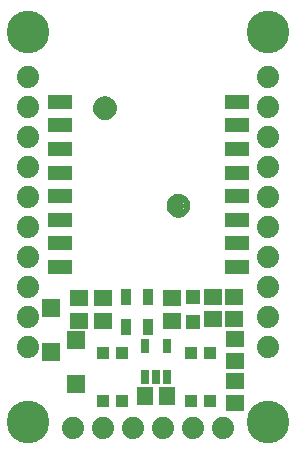
<source format=gbr>
G04 EAGLE Gerber RS-274X export*
G75*
%MOMM*%
%FSLAX34Y34*%
%LPD*%
%INSoldermask Top*%
%IPPOS*%
%AMOC8*
5,1,8,0,0,1.08239X$1,22.5*%
G01*
%ADD10R,1.601600X1.401600*%
%ADD11R,0.651600X1.301600*%
%ADD12R,1.401600X1.601600*%
%ADD13C,3.617600*%
%ADD14C,1.101600*%
%ADD15C,0.500000*%
%ADD16R,2.101600X1.301600*%
%ADD17C,1.879600*%
%ADD18R,0.901600X1.451600*%
%ADD19R,1.501600X1.501600*%
%ADD20R,1.101600X1.001600*%
%ADD21R,1.301600X1.301600*%


D10*
X200660Y95860D03*
X200660Y76860D03*
D11*
X123850Y63199D03*
X133350Y63199D03*
X142850Y63199D03*
X142850Y89201D03*
X123850Y89201D03*
D12*
X123850Y46990D03*
X142850Y46990D03*
D13*
X228600Y355600D03*
X25400Y355600D03*
D14*
X90170Y290830D03*
D15*
X90170Y298330D02*
X89989Y298328D01*
X89808Y298321D01*
X89627Y298310D01*
X89446Y298295D01*
X89266Y298275D01*
X89086Y298251D01*
X88907Y298223D01*
X88729Y298190D01*
X88552Y298153D01*
X88375Y298112D01*
X88200Y298067D01*
X88025Y298017D01*
X87852Y297963D01*
X87681Y297905D01*
X87510Y297843D01*
X87342Y297776D01*
X87175Y297706D01*
X87009Y297632D01*
X86846Y297553D01*
X86685Y297471D01*
X86525Y297385D01*
X86368Y297295D01*
X86213Y297201D01*
X86060Y297104D01*
X85910Y297002D01*
X85762Y296898D01*
X85616Y296789D01*
X85474Y296678D01*
X85334Y296562D01*
X85197Y296444D01*
X85062Y296322D01*
X84931Y296197D01*
X84803Y296069D01*
X84678Y295938D01*
X84556Y295803D01*
X84438Y295666D01*
X84322Y295526D01*
X84211Y295384D01*
X84102Y295238D01*
X83998Y295090D01*
X83896Y294940D01*
X83799Y294787D01*
X83705Y294632D01*
X83615Y294475D01*
X83529Y294315D01*
X83447Y294154D01*
X83368Y293991D01*
X83294Y293825D01*
X83224Y293658D01*
X83157Y293490D01*
X83095Y293319D01*
X83037Y293148D01*
X82983Y292975D01*
X82933Y292800D01*
X82888Y292625D01*
X82847Y292448D01*
X82810Y292271D01*
X82777Y292093D01*
X82749Y291914D01*
X82725Y291734D01*
X82705Y291554D01*
X82690Y291373D01*
X82679Y291192D01*
X82672Y291011D01*
X82670Y290830D01*
X90170Y298330D02*
X90351Y298328D01*
X90532Y298321D01*
X90713Y298310D01*
X90894Y298295D01*
X91074Y298275D01*
X91254Y298251D01*
X91433Y298223D01*
X91611Y298190D01*
X91788Y298153D01*
X91965Y298112D01*
X92140Y298067D01*
X92315Y298017D01*
X92488Y297963D01*
X92659Y297905D01*
X92830Y297843D01*
X92998Y297776D01*
X93165Y297706D01*
X93331Y297632D01*
X93494Y297553D01*
X93655Y297471D01*
X93815Y297385D01*
X93972Y297295D01*
X94127Y297201D01*
X94280Y297104D01*
X94430Y297002D01*
X94578Y296898D01*
X94724Y296789D01*
X94866Y296678D01*
X95006Y296562D01*
X95143Y296444D01*
X95278Y296322D01*
X95409Y296197D01*
X95537Y296069D01*
X95662Y295938D01*
X95784Y295803D01*
X95902Y295666D01*
X96018Y295526D01*
X96129Y295384D01*
X96238Y295238D01*
X96342Y295090D01*
X96444Y294940D01*
X96541Y294787D01*
X96635Y294632D01*
X96725Y294475D01*
X96811Y294315D01*
X96893Y294154D01*
X96972Y293991D01*
X97046Y293825D01*
X97116Y293658D01*
X97183Y293490D01*
X97245Y293319D01*
X97303Y293148D01*
X97357Y292975D01*
X97407Y292800D01*
X97452Y292625D01*
X97493Y292448D01*
X97530Y292271D01*
X97563Y292093D01*
X97591Y291914D01*
X97615Y291734D01*
X97635Y291554D01*
X97650Y291373D01*
X97661Y291192D01*
X97668Y291011D01*
X97670Y290830D01*
X97668Y290649D01*
X97661Y290468D01*
X97650Y290287D01*
X97635Y290106D01*
X97615Y289926D01*
X97591Y289746D01*
X97563Y289567D01*
X97530Y289389D01*
X97493Y289212D01*
X97452Y289035D01*
X97407Y288860D01*
X97357Y288685D01*
X97303Y288512D01*
X97245Y288341D01*
X97183Y288170D01*
X97116Y288002D01*
X97046Y287835D01*
X96972Y287669D01*
X96893Y287506D01*
X96811Y287345D01*
X96725Y287185D01*
X96635Y287028D01*
X96541Y286873D01*
X96444Y286720D01*
X96342Y286570D01*
X96238Y286422D01*
X96129Y286276D01*
X96018Y286134D01*
X95902Y285994D01*
X95784Y285857D01*
X95662Y285722D01*
X95537Y285591D01*
X95409Y285463D01*
X95278Y285338D01*
X95143Y285216D01*
X95006Y285098D01*
X94866Y284982D01*
X94724Y284871D01*
X94578Y284762D01*
X94430Y284658D01*
X94280Y284556D01*
X94127Y284459D01*
X93972Y284365D01*
X93815Y284275D01*
X93655Y284189D01*
X93494Y284107D01*
X93331Y284028D01*
X93165Y283954D01*
X92998Y283884D01*
X92830Y283817D01*
X92659Y283755D01*
X92488Y283697D01*
X92315Y283643D01*
X92140Y283593D01*
X91965Y283548D01*
X91788Y283507D01*
X91611Y283470D01*
X91433Y283437D01*
X91254Y283409D01*
X91074Y283385D01*
X90894Y283365D01*
X90713Y283350D01*
X90532Y283339D01*
X90351Y283332D01*
X90170Y283330D01*
X89989Y283332D01*
X89808Y283339D01*
X89627Y283350D01*
X89446Y283365D01*
X89266Y283385D01*
X89086Y283409D01*
X88907Y283437D01*
X88729Y283470D01*
X88552Y283507D01*
X88375Y283548D01*
X88200Y283593D01*
X88025Y283643D01*
X87852Y283697D01*
X87681Y283755D01*
X87510Y283817D01*
X87342Y283884D01*
X87175Y283954D01*
X87009Y284028D01*
X86846Y284107D01*
X86685Y284189D01*
X86525Y284275D01*
X86368Y284365D01*
X86213Y284459D01*
X86060Y284556D01*
X85910Y284658D01*
X85762Y284762D01*
X85616Y284871D01*
X85474Y284982D01*
X85334Y285098D01*
X85197Y285216D01*
X85062Y285338D01*
X84931Y285463D01*
X84803Y285591D01*
X84678Y285722D01*
X84556Y285857D01*
X84438Y285994D01*
X84322Y286134D01*
X84211Y286276D01*
X84102Y286422D01*
X83998Y286570D01*
X83896Y286720D01*
X83799Y286873D01*
X83705Y287028D01*
X83615Y287185D01*
X83529Y287345D01*
X83447Y287506D01*
X83368Y287669D01*
X83294Y287835D01*
X83224Y288002D01*
X83157Y288170D01*
X83095Y288341D01*
X83037Y288512D01*
X82983Y288685D01*
X82933Y288860D01*
X82888Y289035D01*
X82847Y289212D01*
X82810Y289389D01*
X82777Y289567D01*
X82749Y289746D01*
X82725Y289926D01*
X82705Y290106D01*
X82690Y290287D01*
X82679Y290468D01*
X82672Y290649D01*
X82670Y290830D01*
D14*
X152400Y208280D03*
D15*
X152400Y215780D02*
X152219Y215778D01*
X152038Y215771D01*
X151857Y215760D01*
X151676Y215745D01*
X151496Y215725D01*
X151316Y215701D01*
X151137Y215673D01*
X150959Y215640D01*
X150782Y215603D01*
X150605Y215562D01*
X150430Y215517D01*
X150255Y215467D01*
X150082Y215413D01*
X149911Y215355D01*
X149740Y215293D01*
X149572Y215226D01*
X149405Y215156D01*
X149239Y215082D01*
X149076Y215003D01*
X148915Y214921D01*
X148755Y214835D01*
X148598Y214745D01*
X148443Y214651D01*
X148290Y214554D01*
X148140Y214452D01*
X147992Y214348D01*
X147846Y214239D01*
X147704Y214128D01*
X147564Y214012D01*
X147427Y213894D01*
X147292Y213772D01*
X147161Y213647D01*
X147033Y213519D01*
X146908Y213388D01*
X146786Y213253D01*
X146668Y213116D01*
X146552Y212976D01*
X146441Y212834D01*
X146332Y212688D01*
X146228Y212540D01*
X146126Y212390D01*
X146029Y212237D01*
X145935Y212082D01*
X145845Y211925D01*
X145759Y211765D01*
X145677Y211604D01*
X145598Y211441D01*
X145524Y211275D01*
X145454Y211108D01*
X145387Y210940D01*
X145325Y210769D01*
X145267Y210598D01*
X145213Y210425D01*
X145163Y210250D01*
X145118Y210075D01*
X145077Y209898D01*
X145040Y209721D01*
X145007Y209543D01*
X144979Y209364D01*
X144955Y209184D01*
X144935Y209004D01*
X144920Y208823D01*
X144909Y208642D01*
X144902Y208461D01*
X144900Y208280D01*
X152400Y215780D02*
X152581Y215778D01*
X152762Y215771D01*
X152943Y215760D01*
X153124Y215745D01*
X153304Y215725D01*
X153484Y215701D01*
X153663Y215673D01*
X153841Y215640D01*
X154018Y215603D01*
X154195Y215562D01*
X154370Y215517D01*
X154545Y215467D01*
X154718Y215413D01*
X154889Y215355D01*
X155060Y215293D01*
X155228Y215226D01*
X155395Y215156D01*
X155561Y215082D01*
X155724Y215003D01*
X155885Y214921D01*
X156045Y214835D01*
X156202Y214745D01*
X156357Y214651D01*
X156510Y214554D01*
X156660Y214452D01*
X156808Y214348D01*
X156954Y214239D01*
X157096Y214128D01*
X157236Y214012D01*
X157373Y213894D01*
X157508Y213772D01*
X157639Y213647D01*
X157767Y213519D01*
X157892Y213388D01*
X158014Y213253D01*
X158132Y213116D01*
X158248Y212976D01*
X158359Y212834D01*
X158468Y212688D01*
X158572Y212540D01*
X158674Y212390D01*
X158771Y212237D01*
X158865Y212082D01*
X158955Y211925D01*
X159041Y211765D01*
X159123Y211604D01*
X159202Y211441D01*
X159276Y211275D01*
X159346Y211108D01*
X159413Y210940D01*
X159475Y210769D01*
X159533Y210598D01*
X159587Y210425D01*
X159637Y210250D01*
X159682Y210075D01*
X159723Y209898D01*
X159760Y209721D01*
X159793Y209543D01*
X159821Y209364D01*
X159845Y209184D01*
X159865Y209004D01*
X159880Y208823D01*
X159891Y208642D01*
X159898Y208461D01*
X159900Y208280D01*
X159898Y208099D01*
X159891Y207918D01*
X159880Y207737D01*
X159865Y207556D01*
X159845Y207376D01*
X159821Y207196D01*
X159793Y207017D01*
X159760Y206839D01*
X159723Y206662D01*
X159682Y206485D01*
X159637Y206310D01*
X159587Y206135D01*
X159533Y205962D01*
X159475Y205791D01*
X159413Y205620D01*
X159346Y205452D01*
X159276Y205285D01*
X159202Y205119D01*
X159123Y204956D01*
X159041Y204795D01*
X158955Y204635D01*
X158865Y204478D01*
X158771Y204323D01*
X158674Y204170D01*
X158572Y204020D01*
X158468Y203872D01*
X158359Y203726D01*
X158248Y203584D01*
X158132Y203444D01*
X158014Y203307D01*
X157892Y203172D01*
X157767Y203041D01*
X157639Y202913D01*
X157508Y202788D01*
X157373Y202666D01*
X157236Y202548D01*
X157096Y202432D01*
X156954Y202321D01*
X156808Y202212D01*
X156660Y202108D01*
X156510Y202006D01*
X156357Y201909D01*
X156202Y201815D01*
X156045Y201725D01*
X155885Y201639D01*
X155724Y201557D01*
X155561Y201478D01*
X155395Y201404D01*
X155228Y201334D01*
X155060Y201267D01*
X154889Y201205D01*
X154718Y201147D01*
X154545Y201093D01*
X154370Y201043D01*
X154195Y200998D01*
X154018Y200957D01*
X153841Y200920D01*
X153663Y200887D01*
X153484Y200859D01*
X153304Y200835D01*
X153124Y200815D01*
X152943Y200800D01*
X152762Y200789D01*
X152581Y200782D01*
X152400Y200780D01*
X152219Y200782D01*
X152038Y200789D01*
X151857Y200800D01*
X151676Y200815D01*
X151496Y200835D01*
X151316Y200859D01*
X151137Y200887D01*
X150959Y200920D01*
X150782Y200957D01*
X150605Y200998D01*
X150430Y201043D01*
X150255Y201093D01*
X150082Y201147D01*
X149911Y201205D01*
X149740Y201267D01*
X149572Y201334D01*
X149405Y201404D01*
X149239Y201478D01*
X149076Y201557D01*
X148915Y201639D01*
X148755Y201725D01*
X148598Y201815D01*
X148443Y201909D01*
X148290Y202006D01*
X148140Y202108D01*
X147992Y202212D01*
X147846Y202321D01*
X147704Y202432D01*
X147564Y202548D01*
X147427Y202666D01*
X147292Y202788D01*
X147161Y202913D01*
X147033Y203041D01*
X146908Y203172D01*
X146786Y203307D01*
X146668Y203444D01*
X146552Y203584D01*
X146441Y203726D01*
X146332Y203872D01*
X146228Y204020D01*
X146126Y204170D01*
X146029Y204323D01*
X145935Y204478D01*
X145845Y204635D01*
X145759Y204795D01*
X145677Y204956D01*
X145598Y205119D01*
X145524Y205285D01*
X145454Y205452D01*
X145387Y205620D01*
X145325Y205791D01*
X145267Y205962D01*
X145213Y206135D01*
X145163Y206310D01*
X145118Y206485D01*
X145077Y206662D01*
X145040Y206839D01*
X145007Y207017D01*
X144979Y207196D01*
X144955Y207376D01*
X144935Y207556D01*
X144920Y207737D01*
X144909Y207918D01*
X144902Y208099D01*
X144900Y208280D01*
D13*
X228600Y25400D03*
X25400Y25400D03*
D16*
X52000Y296460D03*
X52000Y276460D03*
X52000Y256460D03*
X52000Y236460D03*
X52000Y216460D03*
X52000Y196460D03*
X52000Y176460D03*
X52000Y156460D03*
X202000Y156460D03*
X202000Y176460D03*
X202000Y196460D03*
X202000Y216460D03*
X202000Y236460D03*
X202000Y256460D03*
X202000Y276460D03*
X202000Y296460D03*
D17*
X63500Y20320D03*
X88900Y20320D03*
X114300Y20320D03*
X139700Y20320D03*
X165100Y20320D03*
X190500Y20320D03*
D10*
X68580Y130150D03*
X68580Y111150D03*
X88900Y130150D03*
X88900Y111150D03*
D18*
X107950Y130810D03*
X107950Y105410D03*
X127000Y130810D03*
X127000Y105410D03*
D10*
X199390Y131420D03*
X199390Y112420D03*
D19*
X44450Y84370D03*
X44450Y121370D03*
X66040Y57700D03*
X66040Y94700D03*
D17*
X25400Y317500D03*
X25400Y292100D03*
X25400Y266700D03*
X25400Y241300D03*
X25400Y215900D03*
X25400Y190500D03*
X25400Y165100D03*
X25400Y139700D03*
X25400Y114300D03*
X25400Y88900D03*
X228600Y88900D03*
X228600Y114300D03*
X228600Y139700D03*
X228600Y165100D03*
X228600Y190500D03*
X228600Y215900D03*
X228600Y241300D03*
X228600Y266700D03*
X228600Y292100D03*
X228600Y317500D03*
D10*
X200660Y41300D03*
X200660Y60300D03*
X181610Y131420D03*
X181610Y112420D03*
D20*
X88520Y84000D03*
X104520Y84000D03*
X104520Y43000D03*
X88520Y43000D03*
X163450Y84000D03*
X179450Y84000D03*
X179450Y43000D03*
X163450Y43000D03*
D21*
X165100Y131150D03*
X165100Y110150D03*
D10*
X147320Y130150D03*
X147320Y111150D03*
M02*

</source>
